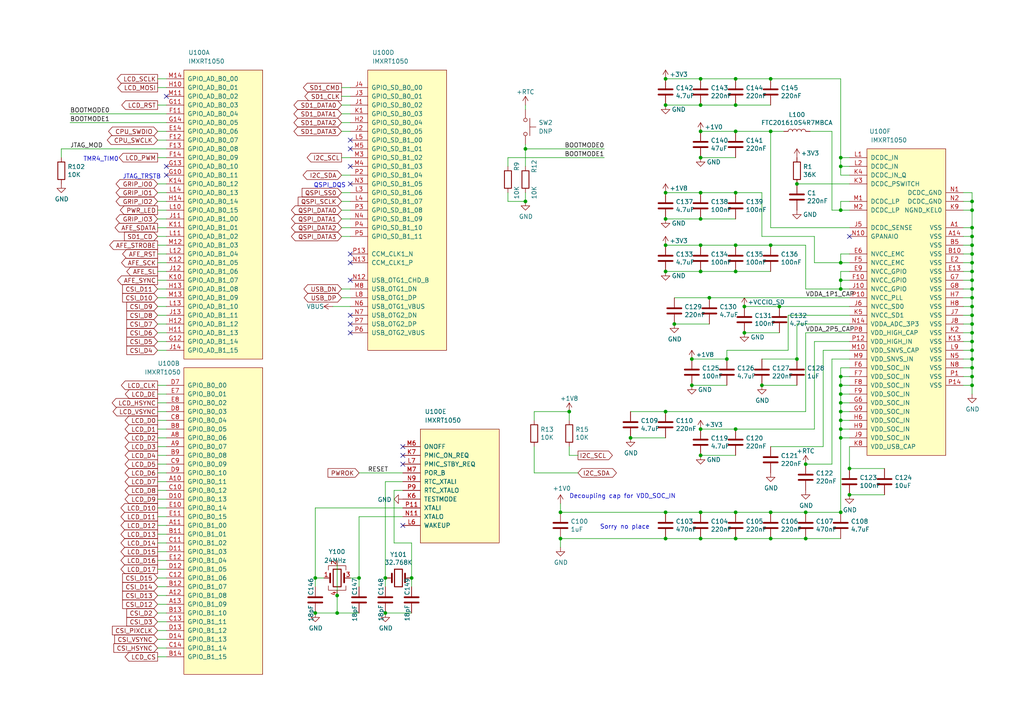
<source format=kicad_sch>
(kicad_sch (version 20231120) (generator "eeschema") (generator_version "8.0")
  (paper "A4")
  (title_block (title "Sitina 1 Mainboard") (date "2023-03-16") (rev "R0.6") (company "Copyright 2023 Wenting Zhang") (comment 2 "MERCHANTABILITY, SATISFACTORY QUALITY AND FITNESS FOR A PARTICULAR PURPOSE.") (comment 3 "This source is distributed WITHOUT ANY EXPRESS OR IMPLIED WARRANTY, INCLUDING OF") (comment 4 "This source describes Open Hardware and is licensed under the CERN-OHL-P v2."))
  (junction (at 203.2 45.72) (diameter 0.9144))
  (junction (at 281.94 99.06) (diameter 0.9144))
  (junction (at 210.82 104.14) (diameter 0.9144))
  (junction (at 213.36 22.86) (diameter 0.9144))
  (junction (at 243.84 116.84) (diameter 0.9144))
  (junction (at 215.9 88.9))
  (junction (at 233.68 156.21) (diameter 0.9144))
  (junction (at 193.04 63.5) (diameter 0.9144))
  (junction (at 231.14 104.14) (diameter 0.9144))
  (junction (at 215.9 96.52) (diameter 0.9144))
  (junction (at 243.84 48.26) (diameter 0.9144))
  (junction (at 223.52 148.59) (diameter 0.9144))
  (junction (at 203.2 30.48) (diameter 0.9144))
  (junction (at 243.84 148.59) (diameter 0.9144))
  (junction (at 111.76 177.8) (diameter 0.9144))
  (junction (at 104.14 167.64) (diameter 0.9144))
  (junction (at 281.94 71.12) (diameter 0.9144))
  (junction (at 281.94 76.2) (diameter 0.9144))
  (junction (at 193.04 55.88))
  (junction (at 213.36 156.21) (diameter 0.9144))
  (junction (at 203.2 38.1) (diameter 0.9144))
  (junction (at 203.2 78.74) (diameter 0.9144))
  (junction (at 203.2 124.46) (diameter 0.9144))
  (junction (at 193.04 148.59) (diameter 0.9144))
  (junction (at 119.38 167.64) (diameter 0.9144))
  (junction (at 281.94 66.04) (diameter 0.9144))
  (junction (at 223.52 38.1) (diameter 0.9144))
  (junction (at 281.94 78.74) (diameter 0.9144))
  (junction (at 193.04 71.12) (diameter 0.9144))
  (junction (at 91.44 167.64) (diameter 0.9144))
  (junction (at 220.98 111.76) (diameter 0.9144))
  (junction (at 213.36 124.46) (diameter 0.9144))
  (junction (at 223.52 22.86) (diameter 0.9144))
  (junction (at 205.74 86.36) (diameter 0.9144))
  (junction (at 193.04 156.21) (diameter 0.9144))
  (junction (at 281.94 104.14) (diameter 0.9144))
  (junction (at 233.68 148.59) (diameter 0.9144))
  (junction (at 243.84 83.82) (diameter 0.9144))
  (junction (at 246.38 143.51) (diameter 0.9144))
  (junction (at 203.2 63.5) (diameter 0.9144))
  (junction (at 246.38 135.89) (diameter 0.9144))
  (junction (at 193.04 78.74) (diameter 0.9144))
  (junction (at 243.84 111.76) (diameter 0.9144))
  (junction (at 213.36 55.88) (diameter 0.9144))
  (junction (at 281.94 106.68) (diameter 0.9144))
  (junction (at 203.2 132.08) (diameter 0.9144))
  (junction (at 281.94 73.66) (diameter 0.9144))
  (junction (at 223.52 156.21) (diameter 0.9144))
  (junction (at 91.44 177.8) (diameter 0.9144))
  (junction (at 226.06 88.9) (diameter 0.9144))
  (junction (at 162.56 148.59) (diameter 0.9144))
  (junction (at 281.94 81.28) (diameter 0.9144))
  (junction (at 231.14 53.34) (diameter 0.9144))
  (junction (at 243.84 45.72) (diameter 0.9144))
  (junction (at 243.84 124.46) (diameter 0.9144))
  (junction (at 281.94 93.98) (diameter 0.9144))
  (junction (at 111.76 167.64) (diameter 0.9144))
  (junction (at 281.94 101.6) (diameter 0.9144))
  (junction (at 233.68 134.62))
  (junction (at 193.04 30.48) (diameter 0.9144))
  (junction (at 243.84 127) (diameter 0.9144))
  (junction (at 281.94 86.36) (diameter 0.9144))
  (junction (at 281.94 58.42) (diameter 0.9144))
  (junction (at 213.36 71.12) (diameter 0.9144))
  (junction (at 243.84 109.22) (diameter 0.9144))
  (junction (at 223.52 71.12) (diameter 0.9144))
  (junction (at 152.4 43.18))
  (junction (at 213.36 30.48) (diameter 0.9144))
  (junction (at 281.94 83.82) (diameter 0.9144))
  (junction (at 165.1 119.38))
  (junction (at 281.94 96.52) (diameter 0.9144))
  (junction (at 243.84 121.92) (diameter 0.9144))
  (junction (at 97.79 177.8) (diameter 0.9144))
  (junction (at 203.2 22.86) (diameter 0.9144))
  (junction (at 243.84 81.28) (diameter 0.9144))
  (junction (at 243.84 76.2) (diameter 0.9144))
  (junction (at 203.2 55.88) (diameter 0.9144))
  (junction (at 162.56 156.21) (diameter 0.9144))
  (junction (at 281.94 109.22) (diameter 0.9144))
  (junction (at 213.36 148.59) (diameter 0.9144))
  (junction (at 193.04 119.38) (diameter 0.9144))
  (junction (at 195.58 93.98) (diameter 0.9144))
  (junction (at 243.84 119.38) (diameter 0.9144))
  (junction (at 203.2 156.21) (diameter 0.9144))
  (junction (at 281.94 60.96) (diameter 0.9144))
  (junction (at 281.94 68.58) (diameter 0.9144))
  (junction (at 281.94 111.76) (diameter 0.9144))
  (junction (at 97.79 172.72) (diameter 0.9144))
  (junction (at 213.36 38.1) (diameter 0.9144))
  (junction (at 243.84 114.3) (diameter 0.9144))
  (junction (at 203.2 148.59) (diameter 0.9144))
  (junction (at 152.4 58.42))
  (junction (at 281.94 91.44) (diameter 0.9144))
  (junction (at 182.88 127) (diameter 0.9144))
  (junction (at 213.36 78.74) (diameter 0.9144))
  (junction (at 203.2 71.12) (diameter 0.9144))
  (junction (at 200.66 111.76) (diameter 0.9144))
  (junction (at 193.04 22.86) (diameter 0.9144))
  (junction (at 243.84 60.96) (diameter 0.9144))
  (junction (at 200.66 104.14))
  (junction (at 281.94 88.9) (diameter 0.9144))
  (no_connect (at 116.84 129.54))
  (no_connect (at 101.6 76.2))
  (no_connect (at 101.6 40.64))
  (no_connect (at 48.26 48.26))
  (no_connect (at 101.6 81.28))
  (no_connect (at 101.6 93.98))
  (no_connect (at 101.6 91.44))
  (no_connect (at 48.26 27.94))
  (no_connect (at 101.6 96.52))
  (no_connect (at 116.84 132.08))
  (no_connect (at 116.84 152.4))
  (no_connect (at 116.84 134.62))
  (no_connect (at 101.6 43.18))
  (no_connect (at 48.26 50.8))
  (no_connect (at 101.6 53.34))
  (no_connect (at 246.38 68.58))
  (no_connect (at 101.6 48.26))
  (no_connect (at 101.6 73.66))
  (wire (pts (xy 45.72 142.24) (xy 48.26 142.24)))
  (wire (pts (xy 226.06 88.9) (xy 215.9 88.9)))
  (wire (pts (xy 193.04 63.5) (xy 203.2 63.5)))
  (wire (pts (xy 213.36 22.86) (xy 223.52 22.86)))
  (wire (pts (xy 281.94 58.42) (xy 281.94 60.96)))
  (wire (pts (xy 281.94 55.88) (xy 281.94 58.42)))
  (wire (pts (xy 203.2 30.48) (xy 213.36 30.48)))
  (wire (pts (xy 152.4 55.88) (xy 152.4 58.42)))
  (wire (pts (xy 233.68 96.52) (xy 233.68 119.38)))
  (wire (pts (xy 45.72 162.56) (xy 48.26 162.56)))
  (wire (pts (xy 223.52 38.1) (xy 227.33 38.1)))
  (wire (pts (xy 45.72 55.88) (xy 48.26 55.88)))
  (wire (pts (xy 193.04 30.48) (xy 203.2 30.48)))
  (wire (pts (xy 281.94 101.6) (xy 281.94 104.14)))
  (wire (pts (xy 48.26 73.66) (xy 45.72 73.66)))
  (wire (pts (xy 193.04 78.74) (xy 203.2 78.74)))
  (wire (pts (xy 45.72 147.32) (xy 48.26 147.32)))
  (wire (pts (xy 17.78 43.18) (xy 17.78 45.72)))
  (wire (pts (xy 243.84 60.96) (xy 241.3 60.96)))
  (wire (pts (xy 213.36 45.72) (xy 203.2 45.72)))
  (wire (pts (xy 48.26 53.34) (xy 45.72 53.34)))
  (wire (pts (xy 243.84 124.46) (xy 243.84 127)))
  (wire (pts (xy 147.32 45.72) (xy 147.32 48.26)))
  (wire (pts (xy 147.32 55.88) (xy 147.32 58.42)))
  (wire (pts (xy 147.32 58.42) (xy 152.4 58.42)))
  (wire (pts (xy 210.82 101.6) (xy 228.6 101.6)))
  (wire (pts (xy 154.94 119.38) (xy 154.94 121.92)))
  (wire (pts (xy 241.3 38.1) (xy 241.3 60.96)))
  (wire (pts (xy 246.38 116.84) (xy 243.84 116.84)))
  (wire (pts (xy 279.4 93.98) (xy 281.94 93.98)))
  (wire (pts (xy 193.04 71.12) (xy 203.2 71.12)))
  (wire (pts (xy 48.26 71.12) (xy 45.72 71.12)))
  (wire (pts (xy 48.26 101.6) (xy 45.72 101.6)))
  (wire (pts (xy 48.26 99.06) (xy 45.72 99.06)))
  (wire (pts (xy 165.1 132.08) (xy 167.64 132.08)))
  (wire (pts (xy 162.56 158.75) (xy 162.56 156.21)))
  (wire (pts (xy 119.38 167.64) (xy 119.38 157.48)))
  (wire (pts (xy 279.4 81.28) (xy 281.94 81.28)))
  (wire (pts (xy 104.14 149.86) (xy 104.14 167.64)))
  (wire (pts (xy 48.26 185.42) (xy 45.72 185.42)))
  (wire (pts (xy 236.22 99.06) (xy 236.22 124.46)))
  (wire (pts (xy 243.84 83.82) (xy 246.38 83.82)))
  (wire (pts (xy 246.38 58.42) (xy 243.84 58.42)))
  (wire (pts (xy 243.84 109.22) (xy 243.84 111.76)))
  (wire (pts (xy 246.38 111.76) (xy 243.84 111.76)))
  (wire (pts (xy 279.4 106.68) (xy 281.94 106.68)))
  (wire (pts (xy 213.36 38.1) (xy 223.52 38.1)))
  (wire (pts (xy 162.56 156.21) (xy 193.04 156.21)))
  (wire (pts (xy 281.94 93.98) (xy 281.94 96.52)))
  (wire (pts (xy 223.52 129.54) (xy 238.76 129.54)))
  (wire (pts (xy 281.94 104.14) (xy 281.94 106.68)))
  (wire (pts (xy 279.4 91.44) (xy 281.94 91.44)))
  (wire (pts (xy 246.38 121.92) (xy 243.84 121.92)))
  (wire (pts (xy 45.72 124.46) (xy 48.26 124.46)))
  (wire (pts (xy 152.4 43.18) (xy 152.4 48.26)))
  (wire (pts (xy 234.95 38.1) (xy 241.3 38.1)))
  (wire (pts (xy 17.78 43.18) (xy 48.26 43.18)))
  (wire (pts (xy 246.38 104.14) (xy 241.3 104.14)))
  (wire (pts (xy 238.76 101.6) (xy 238.76 129.54)))
  (wire (pts (xy 193.04 119.38) (xy 182.88 119.38)))
  (wire (pts (xy 91.44 147.32) (xy 91.44 167.64)))
  (wire (pts (xy 213.36 30.48) (xy 223.52 30.48)))
  (wire (pts (xy 45.72 114.3) (xy 48.26 114.3)))
  (wire (pts (xy 99.06 30.48) (xy 101.6 30.48)))
  (wire (pts (xy 45.72 38.1) (xy 48.26 38.1)))
  (wire (pts (xy 246.38 48.26) (xy 243.84 48.26)))
  (wire (pts (xy 203.2 78.74) (xy 213.36 78.74)))
  (wire (pts (xy 193.04 22.86) (xy 203.2 22.86)))
  (wire (pts (xy 99.06 27.94) (xy 101.6 27.94)))
  (wire (pts (xy 48.26 172.72) (xy 45.72 172.72)))
  (wire (pts (xy 243.84 60.96) (xy 243.84 58.42)))
  (wire (pts (xy 213.36 124.46) (xy 203.2 124.46)))
  (wire (pts (xy 99.06 68.58) (xy 101.6 68.58)))
  (wire (pts (xy 246.38 124.46) (xy 243.84 124.46)))
  (wire (pts (xy 99.06 38.1) (xy 101.6 38.1)))
  (wire (pts (xy 231.14 104.14) (xy 231.14 93.98)))
  (wire (pts (xy 279.4 71.12) (xy 281.94 71.12)))
  (wire (pts (xy 281.94 96.52) (xy 281.94 99.06)))
  (wire (pts (xy 45.72 144.78) (xy 48.26 144.78)))
  (wire (pts (xy 279.4 66.04) (xy 281.94 66.04)))
  (wire (pts (xy 45.72 63.5) (xy 48.26 63.5)))
  (wire (pts (xy 45.72 139.7) (xy 48.26 139.7)))
  (wire (pts (xy 45.72 68.58) (xy 48.26 68.58)))
  (wire (pts (xy 236.22 68.58) (xy 236.22 76.2)))
  (wire (pts (xy 104.14 177.8) (xy 97.79 177.8)))
  (wire (pts (xy 256.54 143.51) (xy 246.38 143.51)))
  (wire (pts (xy 99.06 58.42) (xy 101.6 58.42)))
  (wire (pts (xy 99.06 35.56) (xy 101.6 35.56)))
  (wire (pts (xy 246.38 81.28) (xy 243.84 81.28)))
  (wire (pts (xy 279.4 96.52) (xy 281.94 96.52)))
  (wire (pts (xy 279.4 99.06) (xy 281.94 99.06)))
  (wire (pts (xy 281.94 99.06) (xy 281.94 101.6)))
  (wire (pts (xy 279.4 101.6) (xy 281.94 101.6)))
  (wire (pts (xy 213.36 78.74) (xy 223.52 78.74)))
  (wire (pts (xy 48.26 91.44) (xy 45.72 91.44)))
  (wire (pts (xy 48.26 167.64) (xy 45.72 167.64)))
  (wire (pts (xy 48.26 86.36) (xy 45.72 86.36)))
  (wire (pts (xy 246.38 73.66) (xy 243.84 73.66)))
  (wire (pts (xy 48.26 187.96) (xy 45.72 187.96)))
  (wire (pts (xy 243.84 73.66) (xy 243.84 76.2)))
  (wire (pts (xy 48.26 96.52) (xy 45.72 96.52)))
  (wire (pts (xy 243.84 127) (xy 243.84 148.59)))
  (wire (pts (xy 111.76 139.7) (xy 111.76 167.64)))
  (wire (pts (xy 279.4 55.88) (xy 281.94 55.88)))
  (wire (pts (xy 246.38 91.44) (xy 228.6 91.44)))
  (wire (pts (xy 213.36 132.08) (xy 203.2 132.08)))
  (wire (pts (xy 48.26 175.26) (xy 45.72 175.26)))
  (wire (pts (xy 281.94 66.04) (xy 281.94 68.58)))
  (wire (pts (xy 246.38 127) (xy 243.84 127)))
  (wire (pts (xy 233.68 83.82) (xy 243.84 83.82)))
  (wire (pts (xy 91.44 147.32) (xy 116.84 147.32)))
  (wire (pts (xy 233.68 148.59) (xy 243.84 148.59)))
  (wire (pts (xy 279.4 83.82) (xy 281.94 83.82)))
  (wire (pts (xy 279.4 104.14) (xy 281.94 104.14)))
  (wire (pts (xy 281.94 78.74) (xy 281.94 81.28)))
  (wire (pts (xy 45.72 76.2) (xy 48.26 76.2)))
  (wire (pts (xy 45.72 152.4) (xy 48.26 152.4)))
  (wire (pts (xy 203.2 38.1) (xy 213.36 38.1)))
  (wire (pts (xy 243.84 114.3) (xy 243.84 116.84)))
  (wire (pts (xy 45.72 119.38) (xy 48.26 119.38)))
  (wire (pts (xy 231.14 111.76) (xy 220.98 111.76)))
  (wire (pts (xy 223.52 66.04) (xy 246.38 66.04)))
  (wire (pts (xy 147.32 45.72) (xy 175.26 45.72)))
  (wire (pts (xy 97.79 172.72) (xy 97.79 177.8)))
  (wire (pts (xy 203.2 55.88) (xy 213.36 55.88)))
  (wire (pts (xy 223.52 22.86) (xy 243.84 22.86)))
  (wire (pts (xy 97.79 177.8) (xy 91.44 177.8)))
  (wire (pts (xy 45.72 154.94) (xy 48.26 154.94)))
  (wire (pts (xy 281.94 81.28) (xy 281.94 83.82)))
  (wire (pts (xy 281.94 111.76) (xy 281.94 114.3)))
  (wire (pts (xy 281.94 86.36) (xy 281.94 88.9)))
  (wire (pts (xy 45.72 45.72) (xy 48.26 45.72)))
  (wire (pts (xy 243.84 22.86) (xy 243.84 45.72)))
  (wire (pts (xy 246.38 93.98) (xy 231.14 93.98)))
  (wire (pts (xy 165.1 129.54) (xy 165.1 132.08)))
  (wire (pts (xy 45.72 127) (xy 48.26 127)))
  (wire (pts (xy 203.2 71.12) (xy 213.36 71.12)))
  (wire (pts (xy 48.26 182.88) (xy 45.72 182.88)))
  (wire (pts (xy 154.94 129.54) (xy 154.94 137.16)))
  (wire (pts (xy 48.26 170.18) (xy 45.72 170.18)))
  (wire (pts (xy 238.76 101.6) (xy 246.38 101.6)))
  (wire (pts (xy 243.84 116.84) (xy 243.84 119.38)))
  (wire (pts (xy 279.4 60.96) (xy 281.94 60.96)))
  (wire (pts (xy 243.84 45.72) (xy 243.84 48.26)))
  (wire (pts (xy 243.84 111.76) (xy 243.84 114.3)))
  (wire (pts (xy 279.4 88.9) (xy 281.94 88.9)))
  (wire (pts (xy 279.4 109.22) (xy 281.94 109.22)))
  (wire (pts (xy 246.38 135.89) (xy 256.54 135.89)))
  (wire (pts (xy 246.38 106.68) (xy 243.84 106.68)))
  (wire (pts (xy 111.76 139.7) (xy 116.84 139.7)))
  (wire (pts (xy 165.1 119.38) (xy 165.1 121.92)))
  (wire (pts (xy 48.26 88.9) (xy 45.72 88.9)))
  (wire (pts (xy 45.72 25.4) (xy 48.26 25.4)))
  (wire (pts (xy 226.06 96.52) (xy 215.9 96.52)))
  (wire (pts (xy 223.52 148.59) (xy 233.68 148.59)))
  (wire (pts (xy 281.94 83.82) (xy 281.94 86.36)))
  (wire (pts (xy 210.82 104.14) (xy 200.66 104.14)))
  (wire (pts (xy 246.38 50.8) (xy 243.84 50.8)))
  (wire (pts (xy 233.68 156.21) (xy 223.52 156.21)))
  (wire (pts (xy 48.26 180.34) (xy 45.72 180.34)))
  (wire (pts (xy 279.4 76.2) (xy 281.94 76.2)))
  (wire (pts (xy 48.26 81.28) (xy 45.72 81.28)))
  (wire (pts (xy 119.38 157.48) (xy 114.3 157.48)))
  (wire (pts (xy 246.38 88.9) (xy 226.06 88.9)))
  (wire (pts (xy 93.98 167.64) (xy 91.44 167.64)))
  (wire (pts (xy 220.98 55.88) (xy 220.98 68.58)))
  (wire (pts (xy 45.72 149.86) (xy 48.26 149.86)))
  (wire (pts (xy 246.38 129.54) (xy 246.38 135.89)))
  (wire (pts (xy 205.74 93.98) (xy 195.58 93.98)))
  (wire (pts (xy 20.32 35.56) (xy 48.26 35.56)))
  (wire (pts (xy 97.79 162.56) (xy 97.79 172.72)))
  (wire (pts (xy 243.84 60.96) (xy 246.38 60.96)))
  (wire (pts (xy 243.84 81.28) (xy 243.84 83.82)))
  (wire (pts (xy 20.32 33.02) (xy 48.26 33.02)))
  (wire (pts (xy 241.3 104.14) (xy 241.3 134.62)))
  (wire (pts (xy 45.72 160.02) (xy 48.26 160.02)))
  (wire (pts (xy 220.98 68.58) (xy 236.22 68.58)))
  (wire (pts (xy 45.72 165.1) (xy 48.26 165.1)))
  (wire (pts (xy 223.52 38.1) (xy 223.52 66.04)))
  (wire (pts (xy 101.6 167.64) (xy 104.14 167.64)))
  (wire (pts (xy 281.94 109.22) (xy 281.94 111.76)))
  (wire (pts (xy 48.26 66.04) (xy 45.72 66.04)))
  (wire (pts (xy 233.68 71.12) (xy 233.68 83.82)))
  (wire (pts (xy 99.06 60.96) (xy 101.6 60.96)))
  (wire (pts (xy 281.94 68.58) (xy 281.94 71.12)))
  (wire (pts (xy 246.38 99.06) (xy 236.22 99.06)))
  (wire (pts (xy 205.74 86.36) (xy 246.38 86.36)))
  (wire (pts (xy 213.36 71.12) (xy 223.52 71.12)))
  (wire (pts (xy 48.26 78.74) (xy 45.72 78.74)))
  (wire (pts (xy 281.94 60.96) (xy 281.94 66.04)))
  (wire (pts (xy 279.4 78.74) (xy 281.94 78.74)))
  (wire (pts (xy 99.06 45.72) (xy 101.6 45.72)))
  (wire (pts (xy 193.04 127) (xy 182.88 127)))
  (wire (pts (xy 45.72 134.62) (xy 48.26 134.62)))
  (wire (pts (xy 104.14 167.64) (xy 104.14 170.18)))
  (wire (pts (xy 195.58 86.36) (xy 205.74 86.36)))
  (wire (pts (xy 99.06 50.8) (xy 101.6 50.8)))
  (wire (pts (xy 203.2 156.21) (xy 193.04 156.21)))
  (wire (pts (xy 99.06 83.82) (xy 101.6 83.82)))
  (wire (pts (xy 152.4 41.91) (xy 152.4 43.18)))
  (wire (pts (xy 45.72 30.48) (xy 48.26 30.48)))
  (wire (pts (xy 99.06 63.5) (xy 101.6 63.5)))
  (wire (pts (xy 45.72 157.48) (xy 48.26 157.48)))
  (wire (pts (xy 48.26 83.82) (xy 45.72 83.82)))
  (wire (pts (xy 281.94 106.68) (xy 281.94 109.22)))
  (wire (pts (xy 119.38 177.8) (xy 111.76 177.8)))
  (wire (pts (xy 203.2 22.86) (xy 213.36 22.86)))
  (wire (pts (xy 210.82 111.76) (xy 200.66 111.76)))
  (wire (pts (xy 213.36 124.46) (xy 236.22 124.46)))
  (wire (pts (xy 231.14 53.34) (xy 246.38 53.34)))
  (wire (pts (xy 99.06 86.36) (xy 101.6 86.36)))
  (wire (pts (xy 246.38 114.3) (xy 243.84 114.3)))
  (wire (pts (xy 223.52 156.21) (xy 213.36 156.21)))
  (wire (pts (xy 210.82 101.6) (xy 210.82 104.14)))
  (wire (pts (xy 193.04 55.88) (xy 203.2 55.88)))
  (wire (pts (xy 279.4 73.66) (xy 281.94 73.66)))
  (wire (pts (xy 279.4 111.76) (xy 281.94 111.76)))
  (wire (pts (xy 223.52 71.12) (xy 233.68 71.12)))
  (wire (pts (xy 154.94 119.38) (xy 165.1 119.38)))
  (wire (pts (xy 246.38 119.38) (xy 243.84 119.38)))
  (wire (pts (xy 236.22 76.2) (xy 243.84 76.2)))
  (wire (pts (xy 45.72 111.76) (xy 48.26 111.76)))
  (wire (pts (xy 45.72 22.86) (xy 48.26 22.86)))
  (wire (pts (xy 281.94 76.2) (xy 281.94 78.74)))
  (wire (pts (xy 114.3 157.48) (xy 114.3 142.24)))
  (wire (pts (xy 228.6 101.6) (xy 228.6 91.44)))
  (wire (pts (xy 243.84 156.21) (xy 233.68 156.21)))
  (wire (pts (xy 220.98 104.14) (xy 231.14 104.14)))
  (wire (pts (xy 152.4 43.18) (xy 175.26 43.18)))
  (wire (pts (xy 281.94 91.44) (xy 281.94 93.98)))
  (wire (pts (xy 99.06 25.4) (xy 101.6 25.4)))
  (wire (pts (xy 45.72 137.16) (xy 48.26 137.16)))
  (wire (pts (xy 45.72 129.54) (xy 48.26 129.54)))
  (wire (pts (xy 246.38 78.74) (xy 243.84 78.74)))
  (wire (pts (xy 243.84 48.26) (xy 243.84 50.8)))
  (wire (pts (xy 246.38 96.52) (xy 233.68 96.52)))
  (wire (pts (xy 111.76 170.18) (xy 111.76 167.64)))
  (wire (pts (xy 154.94 137.16) (xy 167.64 137.16)))
  (wire (pts (xy 48.26 93.98) (xy 45.72 93.98)))
  (wire (pts (xy 45.72 116.84) (xy 48.26 116.84)))
  (wire (pts (xy 279.4 58.42) (xy 281.94 58.42)))
  (wire (pts (xy 246.38 45.72) (xy 243.84 45.72)))
  (wire (pts (xy 99.06 66.04) (xy 101.6 66.04)))
  (wire (pts (xy 213.36 148.59) (xy 223.52 148.59)))
  (wire (pts (xy 281.94 88.9) (xy 281.94 91.44)))
  (wire (pts (xy 213.36 55.88) (xy 220.98 55.88)))
  (wire (pts (xy 45.72 132.08) (xy 48.26 132.08)))
  (wire (pts (xy 203.2 63.5) (xy 213.36 63.5)))
  (wire (pts (xy 279.4 86.36) (xy 281.94 86.36)))
  (wire (pts (xy 243.84 121.92) (xy 243.84 124.46)))
  (wire (pts (xy 281.94 73.66) (xy 281.94 76.2)))
  (wire (pts (xy 243.84 78.74) (xy 243.84 81.28)))
  (wire (pts (xy 96.52 88.9) (xy 101.6 88.9)))
  (wire (pts (xy 45.72 58.42) (xy 48.26 58.42)))
  (wire (pts (xy 162.56 148.59) (xy 193.04 148.59)))
  (wire (pts (xy 152.4 31.75) (xy 152.4 30.48)))
  (wire (pts (xy 45.72 121.92) (xy 48.26 121.92)))
  (wire (pts (xy 281.94 71.12) (xy 281.94 73.66)))
  (wire (pts (xy 243.84 106.68) (xy 243.84 109.22)))
  (wire (pts (xy 91.44 170.18) (xy 91.44 167.64)))
  (wire (pts (xy 99.06 55.88) (xy 101.6 55.88)))
  (wire (pts (xy 45.72 60.96) (xy 48.26 60.96)))
  (wire (pts (xy 193.04 148.59) (xy 203.2 148.59)))
  (wire (pts (xy 104.14 149.86) (xy 116.84 149.86)))
  (wire (pts (xy 114.3 142.24) (xy 116.84 142.24)))
  (wire (pts (xy 193.04 119.38) (xy 233.68 119.38)))
  (wire (pts (xy 213.36 156.21) (xy 203.2 156.21)))
  (wire (pts (xy 104.14 137.16) (xy 116.84 137.16)))
  (wire (pts (xy 233.68 134.62) (xy 241.3 134.62)))
  (wire (pts (xy 45.72 190.5) (xy 48.26 190.5)))
  (wire (pts (xy 48.26 177.8) (xy 45.72 177.8)))
  (wire (pts (xy 246.38 76.2) (xy 243.84 76.2)))
  (wire (pts (xy 45.72 40.64) (xy 48.26 40.64)))
  (wire (pts (xy 279.4 68.58) (xy 281.94 68.58)))
  (wire (pts (xy 243.84 119.38) (xy 243.84 121.92)))
  (wire (pts (xy 203.2 148.59) (xy 213.36 148.59)))
  (wire (pts (xy 119.38 170.18) (xy 119.38 167.64)))
  (wire (pts (xy 246.38 109.22) (xy 243.84 109.22)))
  (wire (pts (xy 162.56 148.59) (xy 162.56 146.05)))
  (wire (pts (xy 99.06 33.02) (xy 101.6 33.02)))
  (text "TMR4_TIM0" (at 24.13 46.99 0) (effects (font (size 1.27 1.27)) (justify left bottom)))
  (text "Decoupling cap for VDD_SOC_IN" (at 165.1 144.78 0) (effects (font (size 1.27 1.27)) (justify left bottom)))
  (text "QSPI_DQS" (at 100.33 54.61 0) (effects (font (size 1.27 1.27)) (justify right bottom)))
  (text "JTAG_TRSTB" (at 35.56 52.07 0) (effects (font (size 1.27 1.27)) (justify left bottom)))
  (text "Sorry no place" (at 173.99 153.67 0) (effects (font (size 1.27 1.27)) (justify left bottom)))
  (label "BOOTMODE0" (at 175.26 43.18 180))
  (label "RESET" (at 106.68 137.16 0))
  (label "JTAG_MOD" (at 20.32 43.18 0))
  (label "VDDA_2P5_CAP" (at 233.68 96.52 0))
  (label "BOOTMODE0" (at 20.32 33.02 0))
  (label "VDDA_1P1_CAP" (at 233.68 86.36 0))
  (label "BOOTMODE1" (at 175.26 45.72 180))
  (label "BOOTMODE1" (at 20.32 35.56 0))
  (global_label "AFE_SCK" (shape output) (at 45.72 76.2 180) (property "Intersheetrefs" "${INTERSHEET_REFS}" (effects (hide yes))))
  (global_label "LCD_D7" (shape output) (at 45.72 139.7 180) (property "Intersheetrefs" "${INTERSHEET_REFS}" (effects (hide yes))))
  (global_label "LCD_D9" (shape output) (at 45.72 144.78 180) (property "Intersheetrefs" "${INTERSHEET_REFS}" (effects (hide yes))))
  (global_label "CPU_SWCLK" (shape bidirectional) (at 45.72 40.64 180) (property "Intersheetrefs" "${INTERSHEET_REFS}" (effects (hide yes))))
  (global_label "QSPI_SS0" (shape input) (at 99.06 55.88 180) (property "Intersheetrefs" "${INTERSHEET_REFS}" (effects (hide yes))))
  (global_label "LCD_MOSI" (shape output) (at 45.72 25.4 180) (property "Intersheetrefs" "${INTERSHEET_REFS}" (effects (hide yes))))
  (global_label "CSI_D3" (shape input) (at 45.72 180.34 180) (property "Intersheetrefs" "${INTERSHEET_REFS}" (effects (hide yes))))
  (global_label "GRIP_IO1" (shape bidirectional) (at 45.72 55.88 180) (property "Intersheetrefs" "${INTERSHEET_REFS}" (effects (hide yes))))
  (global_label "LCD_D15" (shape output) (at 45.72 160.02 180) (property "Intersheetrefs" "${INTERSHEET_REFS}" (effects (hide yes))))
  (global_label "CSI_PIXCLK" (shape input) (at 45.72 182.88 180) (property "Intersheetrefs" "${INTERSHEET_REFS}" (effects (hide yes))))
  (global_label "USB_DP" (shape bidirectional) (at 99.06 86.36 180) (property "Intersheetrefs" "${INTERSHEET_REFS}" (effects (hide yes))))
  (global_label "QSPI_SCLK" (shape input) (at 99.06 58.42 180) (property "Intersheetrefs" "${INTERSHEET_REFS}" (effects (hide yes))))
  (global_label "PWR_LED" (shape output) (at 45.72 60.96 180) (property "Intersheetrefs" "${INTERSHEET_REFS}" (effects (hide yes))))
  (global_label "PWROK" (shape input) (at 104.14 137.16 180) (property "Intersheetrefs" "${INTERSHEET_REFS}" (effects (hide yes))))
  (global_label "CSI_VSYNC" (shape input) (at 45.72 185.42 180) (property "Intersheetrefs" "${INTERSHEET_REFS}" (effects (hide yes))))
  (global_label "AFE_RST" (shape output) (at 45.72 73.66 180) (property "Intersheetrefs" "${INTERSHEET_REFS}" (effects (hide yes))))
  (global_label "CSI_D9" (shape input) (at 45.72 88.9 180) (property "Intersheetrefs" "${INTERSHEET_REFS}" (effects (hide yes))))
  (global_label "QSPI_DATA1" (shape bidirectional) (at 99.06 63.5 180) (property "Intersheetrefs" "${INTERSHEET_REFS}" (effects (hide yes))))
  (global_label "LCD_D13" (shape output) (at 45.72 154.94 180) (property "Intersheetrefs" "${INTERSHEET_REFS}" (effects (hide yes))))
  (global_label "CSI_D13" (shape input) (at 45.72 172.72 180) (property "Intersheetrefs" "${INTERSHEET_REFS}" (effects (hide yes))))
  (global_label "CPU_SWDIO" (shape bidirectional) (at 45.72 38.1 180) (property "Intersheetrefs" "${INTERSHEET_REFS}" (effects (hide yes))))
  (global_label "AFE_SYNC" (shape output) (at 45.72 81.28 180) (property "Intersheetrefs" "${INTERSHEET_REFS}" (effects (hide yes))))
  (global_label "LCD_D10" (shape output) (at 45.72 147.32 180) (property "Intersheetrefs" "${INTERSHEET_REFS}" (effects (hide yes))))
  (global_label "CSI_HSYNC" (shape input) (at 45.72 187.96 180) (property "Intersheetrefs" "${INTERSHEET_REFS}" (effects (hide yes))))
  (global_label "I2C_SCL" (shape output) (at 99.06 45.72 180) (property "Intersheetrefs" "${INTERSHEET_REFS}" (effects (hide yes))))
  (global_label "LCD_D14" (shape output) (at 45.72 157.48 180) (property "Intersheetrefs" "${INTERSHEET_REFS}" (effects (hide yes))))
  (global_label "CSI_D10" (shape input) (at 45.72 86.36 180) (property "Intersheetrefs" "${INTERSHEET_REFS}" (effects (hide yes))))
  (global_label "CSI_D4" (shape input) (at 45.72 101.6 180) (property "Intersheetrefs" "${INTERSHEET_REFS}" (effects (hide yes))))
  (global_label "GRIP_IO0" (shape bidirectional) (at 45.72 53.34 180) (property "Intersheetrefs" "${INTERSHEET_REFS}" (effects (hide yes))))
  (global_label "LCD_SCLK" (shape output) (at 45.72 22.86 180) (property "Intersheetrefs" "${INTERSHEET_REFS}" (effects (hide yes))))
  (global_label "LCD_D2" (shape output) (at 45.72 127 180) (property "Intersheetrefs" "${INTERSHEET_REFS}" (effects (hide yes))))
  (global_label "LCD_D12" (shape output) (at 45.72 152.4 180) (property "Intersheetrefs" "${INTERSHEET_REFS}" (effects (hide yes))))
  (global_label "AFE_STROBE" (shape output) (at 45.72 71.12 180) (property "Intersheetrefs" "${INTERSHEET_REFS}" (effects (hide yes))))
  (global_label "LCD_HSYNC" (shape output) (at 45.72 116.84 180) (property "Intersheetrefs" "${INTERSHEET_REFS}" (effects (hide yes))))
  (global_label "SD1_DATA1" (shape bidirectional) (at 99.06 33.02 180) (property "Intersheetrefs" "${INTERSHEET_REFS}" (effects (hide yes))))
  (global_label "CSI_D12" (shape input) (at 45.72 175.26 180) (property "Intersheetrefs" "${INTERSHEET_REFS}" (effects (hide yes))))
  (global_label "AFE_SDATA" (shape output) (at 45.72 66.04 180) (property "Intersheetrefs" "${INTERSHEET_REFS}" (effects (hide yes))))
  (global_label "QSPI_DATA0" (shape bidirectional) (at 99.06 60.96 180) (property "Intersheetrefs" "${INTERSHEET_REFS}" (effects (hide yes))))
  (global_label "LCD_VSYNC" (shape output) (at 45.72 119.38 180) (property "Intersheetrefs" "${INTERSHEET_REFS}" (effects (hide yes))))
  (global_label "LCD_D16" (shape output) (at 45.72 162.56 180) (property "Intersheetrefs" "${INTERSHEET_REFS}" (effects (hide yes))))
  (global_label "LCD_D4" (shape output) (at 45.72 132.08 180) (property "Intersheetrefs" "${INTERSHEET_REFS}" (effects (hide yes))))
  (global_label "GRIP_IO2" (shape bidirectional) (at 45.72 58.42 180) (property "Intersheetrefs" "${INTERSHEET_REFS}" (effects (hide yes))))
  (global_label "LCD_PWM" (shape output) (at 45.72 45.72 180) (property "Intersheetrefs" "${INTERSHEET_REFS}" (effects (hide yes))))
  (global_label "GRIP_IO3" (shape bidirectional) (at 45.72 63.5 180) (property "Intersheetrefs" "${INTERSHEET_REFS}" (effects (hide yes))))
  (global_label "SD1_DATA2" (shape bidirectional) (at 99.06 35.56 180) (property "Intersheetrefs" "${INTERSHEET_REFS}" (effects (hide yes))))
  (global_label "LCD_CLK" (shape output) (at 45.72 111.76 180) (property "Intersheetrefs" "${INTERSHEET_REFS}" (effects (hide yes))))
  (global_label "CSI_D14" (shape input) (at 45.72 170.18 180) (property "Intersheetrefs" "${INTERSHEET_REFS}" (effects (hide yes))))
  (global_label "LCD_D6" (shape output) (at 45.72 137.16 180) (property "Intersheetrefs" "${INTERSHEET_REFS}" (effects (hide yes))))
  (global_label "LCD_RST" (shape output) (at 45.72 30.48 180) (property "Intersheetrefs" "${INTERSHEET_REFS}" (effects (hide yes))))
  (global_label "I2C_SDA" (shape bidirectional) (at 99.06 50.8 180) (property "Intersheetrefs" "${INTERSHEET_REFS}" (effects (hide yes))))
  (global_label "SD1_CD" (shape input) (at 45.72 68.58 180) (property "Intersheetrefs" "${INTERSHEET_REFS}" (effects (hide yes))))
  (global_label "I2C_SDA" (shape bidirectional) (at 167.64 137.16 0) (property "Intersheetrefs" "${INTERSHEET_REFS}" (effects (hide yes))))
  (global_label "LCD_D3" (shape output) (at 45.72 129.54 180) (property "Intersheetrefs" "${INTERSHEET_REFS}" (effects (hide yes))))
  (global_label "CSI_D15" (shape input) (at 45.72 167.64 180) (property "Intersheetrefs" "${INTERSHEET_REFS}" (effects (hide yes))))
  (global_label "LCD_D17" (shape output) (at 45.72 165.1 180) (property "Intersheetrefs" "${INTERSHEET_REFS}" (effects (hide yes))))
  (global_label "USB_DN" (shape bidirectional) (at 99.06 83.82 180) (property "Intersheetrefs" "${INTERSHEET_REFS}" (effects (hide yes))))
  (global_label "SD1_DATA0" (shape bidirectional) (at 99.06 30.48 180) (property "Intersheetrefs" "${INTERSHEET_REFS}" (effects (hide yes))))
  (global_label "LCD_CS" (shape output) (at 45.72 190.5 180) (property "Intersheetrefs" "${INTERSHEET_REFS}" (effects (hide yes))))
  (global_label "LCD_DE" (shape output) (at 45.72 114.3 180) (property "Intersheetrefs" "${INTERSHEET_REFS}" (effects (hide yes))))
  (global_label "LCD_D0" (shape output) (at 45.72 121.92 180) (property "Intersheetrefs" "${INTERSHEET_REFS}" (effects (hide yes))))
  (global_label "AFE_SL" (shape output) (at 45.72 78.74 180) (property "Intersheetrefs" "${INTERSHEET_REFS}" (effects (hide yes))))
  (global_label "CSI_D7" (shape input) (at 45.72 93.98 180) (property "Intersheetrefs" "${INTERSHEET_REFS}" (effects (hide yes))))
  (global_label "CSI_D2" (shape input) (at 45.72 177.8 180) (property "Intersheetrefs" "${INTERSHEET_REFS}" (effects (hide yes))))
  (global_label "SD1_DATA3" (shape bidirectional) (at 99.06 38.1 180) (property "Intersheetrefs" "${INTERSHEET_REFS}" (effects (hide yes))))
  (global_label "CSI_D5" (shape input) (at 45.72 99.06 180) (property "Intersheetrefs" "${INTERSHEET_REFS}" (effects (hide yes))))
  (global_label "LCD_D11" (shape output) (at 45.72 149.86 180) (property "Intersheetrefs" "${INTERSHEET_REFS}" (effects (hide yes))))
  (global_label "SD1_CMD" (shape output) (at 99.06 25.4 180) (property "Intersheetrefs" "${INTERSHEET_REFS}" (effects (hide yes))))
  (global_label "SD1_CLK" (shape output) (at 99.06 27.94 180) (property "Intersheetrefs" "${INTERSHEET_REFS}" (effects (hide yes))))
  (global_label "CSI_D11" (shape input) (at 45.72 83.82 180) (property "Intersheetrefs" "${INTERSHEET_REFS}" (effects (hide yes))))
  (global_label "QSPI_DATA3" (shape bidirectional) (at 99.06 68.58 180) (property "Intersheetrefs" "${INTERSHEET_REFS}" (effects (hide yes))))
  (global_label "LCD_D1" (shape output) (at 45.72 124.46 180) (property "Intersheetrefs" "${INTERSHEET_REFS}" (effects (hide yes))))
  (global_label "LCD_D5" (shape output) (at 45.72 134.62 180) (property "Intersheetrefs" "${INTERSHEET_REFS}" (effects (hide yes))))
  (global_label "CSI_D6" (shape input) (at 45.72 96.52 180) (property "Intersheetrefs" "${INTERSHEET_REFS}" (effects (hide yes))))
  (global_label "LCD_D8" (shape output) (at 45.72 142.24 180) (property "Intersheetrefs" "${INTERSHEET_REFS}" (effects (hide yes))))
  (global_label "QSPI_DATA2" (shape bidirectional) (at 99.06 66.04 180) (property "Intersheetrefs" "${INTERSHEET_REFS}" (effects (hide yes))))
  (global_label "CSI_D8" (shape input) (at 45.72 91.44 180) (property "Intersheetrefs" "${INTERSHEET_REFS}" (effects (hide yes))))
  (global_label "I2C_SCL" (shape output) (at 167.64 132.08 0) (property "Intersheetrefs" "${INTERSHEET_REFS}" (effects (hide yes))))
  (symbol (lib_id "Device:C") (at 193.04 74.93 0) (unit 1)
    (property "Reference" "C133" (at 195.961 73.7616 0) (effects (justify left)))
    (property "Value" "4.7uF" (at 195.961 76.073 0) (effects (justify left)))
    (property "Footprint" "Capacitor_SMD:C_0603_1608Metric" (effects (hide yes)))
    (instances (project "Sitina" (path "" (reference "C133") (unit 1))) (project "pcb" (path "" (reference "C36") (unit 1))))
  )
  (symbol (lib_id "power:+1V8") (at 200.66 104.14 0) (unit 1)
    (property "Reference" "#PWR04" (effects (hide yes)))
    (property "Value" "+1V8" (at 204.47 102.87 0))
  )
  (symbol (lib_id "Device:C") (at 205.74 90.17 0) (unit 1)
    (property "Reference" "C130" (at 208.661 89.0016 0) (effects (justify left)))
    (property "Value" "4.7uF" (at 208.661 91.313 0) (effects (justify left)))
    (property "Footprint" "Capacitor_SMD:C_0603_1608Metric" (effects (hide yes)))
    (instances (project "Sitina" (path "" (reference "C130") (unit 1))) (project "pcb" (path "" (reference "C47") (unit 1))))
  )
  (symbol (lib_id "power:GND") (at 182.88 127 0) (unit 1)
    (property "Reference" "#PWR0114" (effects (hide yes)))
    (property "Value" "GND" (at 183.007 131.3942 0))
    (instances (project "Sitina" (path "" (reference "#PWR0114") (unit 1))) (project "pcb" (path "" (reference "#PWR034") (unit 1))))
  )
  (symbol (lib_id "Device:R") (at 154.94 125.73 0) (unit 1)
    (property "Reference" "R13" (at 156.718 124.5616 0) (effects (justify left)))
    (property "Value" "10K" (at 156.718 126.873 0) (effects (justify left)))
    (property "Footprint" "Resistor_SMD:R_0402_1005Metric" (effects (hide yes)))
  )
  (symbol (lib_id "Device:C") (at 213.36 152.4 0) (unit 1)
    (property "Reference" "C105" (at 216.281 151.2316 0) (effects (justify left)))
    (property "Value" "220nF" (at 216.281 153.543 0) (effects (justify left)))
    (property "Footprint" "Capacitor_SMD:C_0402_1005Metric" (effects (hide yes)))
    (instances (project "Sitina" (path "" (reference "C105") (unit 1))) (project "pcb" (path "" (reference "C54") (unit 1))))
  )
  (symbol (lib_id "power:VBUS") (at 96.52 88.9 90) (mirror x) (unit 1)
    (property "Reference" "#PWR0141" (effects (hide yes)))
    (property "Value" "VBUS" (at 91.44 88.9 90))
    (instances (project "Sitina" (path "" (reference "#PWR0141") (unit 1))) (project "pcb" (path "" (reference "#PWR024") (unit 1))))
  )
  (symbol (lib_id "symbols:+RTC") (at 152.4 30.48 0) (unit 1)
    (property "Reference" "#PWR029" (effects (hide yes)))
    (property "Value" "+RTC" (at 152.4 26.67 0))
  )
  (symbol (lib_id "power:GND") (at 231.14 60.96 0) (unit 1)
    (property "Reference" "#PWR0108" (effects (hide yes)))
    (property "Value" "GND" (at 234.95 62.23 0))
    (instances (project "Sitina" (path "" (reference "#PWR0108") (unit 1))) (project "pcb" (path "" (reference "#PWR053") (unit 1))))
  )
  (symbol (lib_id "Sitina:IMXRT1050") (at 264.16 83.82 0) (unit 6)
    (property "Reference" "U100" (at 255.27 38.1 0))
    (property "Value" "IMXRT1050" (at 257.81 40.64 0))
    (property "Footprint" "footprints:BGA-196_14x14_12.0x12.0mm" (effects (hide yes)))
    (instances (project "Sitina" (path "" (reference "U100") (unit 6))) (project "pcb" (path "" (reference "U2") (unit 6))))
  )
  (symbol (lib_id "Device:C") (at 226.06 92.71 0) (unit 1)
    (property "Reference" "C132" (at 228.981 91.5416 0) (effects (justify left)))
    (property "Value" "4.7uF" (at 228.981 93.853 0) (effects (justify left)))
    (property "Footprint" "Capacitor_SMD:C_0603_1608Metric" (effects (hide yes)))
    (instances (project "Sitina" (path "" (reference "C132") (unit 1))) (project "pcb" (path "" (reference "C61") (unit 1))))
  )
  (symbol (lib_id "Sitina:IMXRT1050") (at 66.04 147.32 0) (unit 2)
    (property "Reference" "U100" (at 45.72 105.41 0) (effects (justify left)))
    (property "Value" "IMXRT1050" (at 41.91 107.95 0) (effects (justify left)))
    (property "Footprint" "footprints:BGA-196_14x14_12.0x12.0mm" (effects (hide yes)))
    (instances (project "Sitina" (path "" (reference "U100") (unit 2))) (project "pcb" (path "" (reference "U2") (unit 2))))
  )
  (symbol (lib_id "Device:R") (at 17.78 49.53 0) (unit 1)
    (property "Reference" "R102" (at 19.558 48.3616 0) (effects (justify left)))
    (property "Value" "10K" (at 19.558 50.673 0) (effects (justify left)))
    (property "Footprint" "Resistor_SMD:R_0402_1005Metric" (effects (hide yes)))
    (instances (project "Sitina" (path "" (reference "R102") (unit 1))) (project "pcb" (path "" (reference "R7") (unit 1))))
  )
  (symbol (lib_id "Device:C") (at 200.66 107.95 0) (unit 1)
    (property "Reference" "C125" (at 203.581 106.7816 0) (effects (justify left)))
    (property "Value" "100nF" (at 203.581 109.093 0) (effects (justify left)))
    (property "Footprint" "Capacitor_SMD:C_0402_1005Metric" (effects (hide yes)))
    (instances (project "Sitina" (path "" (reference "C125") (unit 1))) (project "pcb" (path "" (reference "C40") (unit 1))))
  )
  (symbol (lib_id "Device:C") (at 246.38 139.7 0) (unit 1)
    (property "Reference" "C123" (at 249.301 138.5316 0) (effects (justify left)))
    (property "Value" "100nF" (at 249.301 140.843 0) (effects (justify left)))
    (property "Footprint" "Capacitor_SMD:C_0402_1005Metric" (effects (hide yes)))
    (instances (project "Sitina" (path "" (reference "C123") (unit 1))) (project "pcb" (path "" (reference "C67") (unit 1))))
  )
  (symbol (lib_id "Device:C") (at 256.54 139.7 0) (unit 1)
    (property "Reference" "C124" (at 259.461 138.5316 0) (effects (justify left)))
    (property "Value" "10uF" (at 259.461 140.843 0) (effects (justify left)))
    (property "Footprint" "Capacitor_SMD:C_0603_1608Metric" (effects (hide yes)))
    (instances (project "Sitina" (path "" (reference "C124") (unit 1))) (project "pcb" (path "" (reference "C68") (unit 1))))
  )
  (symbol (lib_id "Device:C") (at 213.36 26.67 0) (unit 1)
    (property "Reference" "C144" (at 216.281 25.5016 0) (effects (justify left)))
    (property "Value" "220nF" (at 216.281 27.813 0) (effects (justify left)))
    (property "Footprint" "Capacitor_SMD:C_0402_1005Metric" (effects (hide yes)))
    (instances (project "Sitina" (path "" (reference "C144") (unit 1))) (project "pcb" (path "" (reference "C49") (unit 1))))
  )
  (symbol (lib_id "Device:C") (at 104.14 173.99 0) (unit 1)
    (property "Reference" "C147" (at 102.87 172.72 90) (effects (justify left)))
    (property "Value" "18pF" (at 102.87 180.34 90) (effects (justify left)))
    (property "Footprint" "Capacitor_SMD:C_0402_1005Metric" (effects (hide yes)))
    (instances (project "Sitina" (path "" (reference "C147") (unit 1))) (project "pcb" (path "" (reference "C27") (unit 1))))
  )
  (symbol (lib_id "Device:C") (at 223.52 133.35 0) (unit 1)
    (property "Reference" "C121" (at 226.441 132.1816 0) (effects (justify left)))
    (property "Value" "220nF" (at 226.441 134.493 0) (effects (justify left)))
    (property "Footprint" "Capacitor_SMD:C_0402_1005Metric" (effects (hide yes)))
    (instances (project "Sitina" (path "" (reference "C121") (unit 1))) (project "pcb" (path "" (reference "C59") (unit 1))))
  )
  (symbol (lib_id "Device:C") (at 203.2 128.27 0) (unit 1)
    (property "Reference" "C119" (at 206.121 127.1016 0) (effects (justify left)))
    (property "Value" "4.7uF" (at 206.121 129.413 0) (effects (justify left)))
    (property "Footprint" "Capacitor_SMD:C_0603_1608Metric" (effects (hide yes)))
    (instances (project "Sitina" (path "" (reference "C119") (unit 1))) (project "pcb" (path "" (reference "C45") (unit 1))))
  )
  (symbol (lib_id "Device:C") (at 231.14 57.15 0) (unit 1)
    (property "Reference" "C1" (at 234.061 55.9816 0) (effects (justify left)))
    (property "Value" "220nF" (at 234.061 58.293 0) (effects (justify left)))
    (property "Footprint" "Capacitor_SMD:C_0402_1005Metric" (effects (hide yes)))
    (instances (project "Sitina" (path "" (reference "C1") (unit 1))) (project "pcb" (path "" (reference "C62") (unit 1))))
  )
  (symbol (lib_id "Device:C") (at 213.36 59.69 0) (unit 1)
    (property "Reference" "C139" (at 216.281 58.5216 0) (effects (justify left)))
    (property "Value" "100nF" (at 216.281 60.833 0) (effects (justify left)))
    (property "Footprint" "Capacitor_SMD:C_0402_1005Metric" (effects (hide yes)))
    (instances (project "Sitina" (path "" (reference "C139") (unit 1))) (project "pcb" (path "" (reference "C51") (unit 1))))
  )
  (symbol (lib_id "Device:C") (at 203.2 59.69 0) (unit 1)
    (property "Reference" "C138" (at 206.121 58.5216 0) (effects (justify left)))
    (property "Value" "100nF" (at 206.121 60.833 0) (effects (justify left)))
    (property "Footprint" "Capacitor_SMD:C_0402_1005Metric" (effects (hide yes)))
    (instances (project "Sitina" (path "" (reference "C138") (unit 1))) (project "pcb" (path "" (reference "C43") (unit 1))))
  )
  (symbol (lib_id "Device:C") (at 233.68 138.43 0) (unit 1)
    (property "Reference" "C122" (at 236.601 137.2616 0) (effects (justify left)))
    (property "Value" "220nF" (at 236.601 139.573 0) (effects (justify left)))
    (property "Footprint" "Capacitor_SMD:C_0402_1005Metric" (effects (hide yes)))
    (instances (project "Sitina" (path "" (reference "C122") (unit 1))) (project "pcb" (path "" (reference "C64") (unit 1))))
  )
  (symbol (lib_id "Device:R") (at 147.32 52.07 180) (unit 1)
    (property "Reference" "R9" (at 149.86 48.26 90))
    (property "Value" "10K" (at 149.86 55.88 90))
    (property "Footprint" "Resistor_SMD:R_0402_1005Metric" (effects (hide yes)))
  )
  (symbol (lib_id "power:GND") (at 203.2 132.08 0) (unit 1)
    (property "Reference" "#PWR0128" (effects (hide yes)))
    (property "Value" "GND" (at 207.01 133.35 0))
    (instances (project "Sitina" (path "" (reference "#PWR0128") (unit 1))) (project "pcb" (path "" (reference "#PWR047") (unit 1))))
  )
  (symbol (lib_id "Device:C") (at 210.82 107.95 0) (unit 1)
    (property "Reference" "C126" (at 213.741 106.7816 0) (effects (justify left)))
    (property "Value" "4.7uF" (at 213.741 109.093 0) (effects (justify left)))
    (property "Footprint" "Capacitor_SMD:C_0603_1608Metric" (effects (hide yes)))
    (instances (project "Sitina" (path "" (reference "C126") (unit 1))) (project "pcb" (path "" (reference "C48") (unit 1))))
  )
  (symbol (lib_id "power:GND") (at 91.44 177.8 0) (unit 1)
    (property "Reference" "#PWR0143" (effects (hide yes)))
    (property "Value" "GND" (at 91.567 182.1942 0))
    (instances (project "Sitina" (path "" (reference "#PWR0143") (unit 1))) (project "pcb" (path "" (reference "#PWR023") (unit 1))))
  )
  (symbol (lib_id "Device:C") (at 203.2 26.67 0) (unit 1)
    (property "Reference" "C143" (at 206.121 25.5016 0) (effects (justify left)))
    (property "Value" "220nF" (at 206.121 27.813 0) (effects (justify left)))
    (property "Footprint" "Capacitor_SMD:C_0402_1005Metric" (effects (hide yes)))
    (instances (project "Sitina" (path "" (reference "C143") (unit 1))) (project "pcb" (path "" (reference "C41") (unit 1))))
  )
  (symbol (lib_id "Device:C") (at 203.2 152.4 0) (unit 1)
    (property "Reference" "C104" (at 206.121 151.2316 0) (effects (justify left)))
    (property "Value" "220nF" (at 206.121 153.543 0) (effects (justify left)))
    (property "Footprint" "Capacitor_SMD:C_0402_1005Metric" (effects (hide yes)))
    (instances (project "Sitina" (path "" (reference "C104") (unit 1))) (project "pcb" (path "" (reference "C46") (unit 1))))
  )
  (symbol (lib_id "power:GND") (at 223.52 137.16 0) (unit 1)
    (property "Reference" "#PWR0132" (effects (hide yes)))
    (property "Value" "GND" (at 223.647 141.5542 0))
    (instances (project "Sitina" (path "" (reference "#PWR0132") (unit 1))) (project "pcb" (path "" (reference "#PWR051") (unit 1))))
  )
  (symbol (lib_id "Switch:SW_Push") (at 152.4 36.83 270) (unit 1)
    (property "Reference" "SW2" (at 156.21 35.5599 90) (effects (justify left)))
    (property "Value" "DNP" (at 156.21 38.0999 90) (effects (justify left)))
    (property "Footprint" "Button_Switch_SMD:SW_SPST_CK_RS282G05A3" (effects (hide yes)))
  )
  (symbol (lib_id "Device:C") (at 195.58 90.17 0) (unit 1)
    (property "Reference" "C129" (at 198.501 89.0016 0) (effects (justify left)))
    (property "Value" "220nF" (at 198.501 91.313 0) (effects (justify left)))
    (property "Footprint" "Capacitor_SMD:C_0402_1005Metric" (effects (hide yes)))
    (instances (project "Sitina" (path "" (reference "C129") (unit 1))) (project "pcb" (path "" (reference "C39") (unit 1))))
  )
  (symbol (lib_id "power:GND") (at 195.58 93.98 0) (unit 1)
    (property "Reference" "#PWR0115" (effects (hide yes)))
    (property "Value" "GND" (at 195.707 98.3742 0))
    (instances (project "Sitina" (path "" (reference "#PWR0115") (unit 1))) (project "pcb" (path "" (reference "#PWR041") (unit 1))))
  )
  (symbol (lib_id "power:+1V0") (at 162.56 146.05 0) (unit 1)
    (property "Reference" "#PWR0118" (effects (hide yes)))
    (property "Value" "+1V0" (at 162.941 141.6558 0))
    (instances (project "Sitina" (path "" (reference "#PWR0118") (unit 1))) (project "pcb" (path "" (reference "#PWR031") (unit 1))))
  )
  (symbol (lib_id "Device:R") (at 152.4 52.07 180) (unit 1)
    (property "Reference" "R12" (at 154.94 48.26 90))
    (property "Value" "10K" (at 154.94 55.88 90))
    (property "Footprint" "Resistor_SMD:R_0402_1005Metric" (effects (hide yes)))
  )
  (symbol (lib_id "Device:C") (at 203.2 74.93 0) (unit 1)
    (property "Reference" "C134" (at 206.121 73.7616 0) (effects (justify left)))
    (property "Value" "100nF" (at 206.121 76.073 0) (effects (justify left)))
    (property "Footprint" "Capacitor_SMD:C_0402_1005Metric" (effects (hide yes)))
    (instances (project "Sitina" (path "" (reference "C134") (unit 1))) (project "pcb" (path "" (reference "C44") (unit 1))))
  )
  (symbol (lib_id "power:GND") (at 246.38 143.51 0) (unit 1)
    (property "Reference" "#PWR0130" (effects (hide yes)))
    (property "Value" "GND" (at 246.507 147.9042 0))
    (instances (project "Sitina" (path "" (reference "#PWR0130") (unit 1))) (project "pcb" (path "" (reference "#PWR056") (unit 1))))
  )
  (symbol (lib_id "power:+1V8") (at 165.1 119.38 0) (unit 1)
    (property "Reference" "#PWR033" (effects (hide yes)))
    (property "Value" "+1V8" (at 165.1 115.57 0))
  )
  (symbol (lib_id "Device:C") (at 182.88 123.19 0) (unit 1)
    (property "Reference" "C109" (at 185.801 122.0216 0) (effects (justify left)))
    (property "Value" "4.7uF" (at 185.801 124.333 0) (effects (justify left)))
    (property "Footprint" "Capacitor_SMD:C_0603_1608Metric" (effects (hide yes)))
    (instances (project "Sitina" (path "" (reference "C109") (unit 1))) (project "pcb" (path "" (reference "C32") (unit 1))))
  )
  (symbol (lib_id "Device:C") (at 162.56 152.4 0) (unit 1)
    (property "Reference" "C100" (at 165.481 151.2316 0) (effects (justify left)))
    (property "Value" "1uF" (at 165.481 153.543 0) (effects (justify left)))
    (property "Footprint" "Capacitor_SMD:C_0402_1005Metric" (effects (hide yes)))
    (instances (project "Sitina" (path "" (reference "C100") (unit 1))) (project "pcb" (path "" (reference "C30") (unit 1))))
  )
  (symbol (lib_id "power:GND") (at 233.68 142.24 0) (unit 1)
    (property "Reference" "#PWR0134" (effects (hide yes)))
    (property "Value" "GND" (at 233.807 146.6342 0))
    (instances (project "Sitina" (path "" (reference "#PWR0134") (unit 1))) (project "pcb" (path "" (reference "#PWR055") (unit 1))))
  )
  (symbol (lib_id "power:GND") (at 193.04 63.5 0) (unit 1)
    (property "Reference" "#PWR0137" (effects (hide yes)))
    (property "Value" "GND" (at 196.85 64.77 0))
    (instances (project "Sitina" (path "" (reference "#PWR0137") (unit 1))) (project "pcb" (path "" (reference "#PWR038") (unit 1))))
  )
  (symbol (lib_id "power:GND") (at 220.98 111.76 0) (unit 1)
    (property "Reference" "#PWR0127" (effects (hide yes)))
    (property "Value" "GND" (at 221.107 116.1542 0))
    (instances (project "Sitina" (path "" (reference "#PWR0127") (unit 1))) (project "pcb" (path "" (reference "#PWR050") (unit 1))))
  )
  (symbol (lib_id "Device:C") (at 223.52 152.4 0) (unit 1)
    (property "Reference" "C106" (at 226.441 151.2316 0) (effects (justify left)))
    (property "Value" "220nF" (at 226.441 153.543 0) (effects (justify left)))
    (property "Footprint" "Capacitor_SMD:C_0402_1005Metric" (effects (hide yes)))
    (instances (project "Sitina" (path "" (reference "C106") (unit 1))) (project "pcb" (path "" (reference "C60") (unit 1))))
  )
  (symbol (lib_id "power:GND") (at 111.76 177.8 0) (unit 1)
    (property "Reference" "#PWR0144" (effects (hide yes)))
    (property "Value" "GND" (at 111.887 182.1942 0))
    (instances (project "Sitina" (path "" (reference "#PWR0144") (unit 1))) (project "pcb" (path "" (reference "#PWR025") (unit 1))))
  )
  (symbol (lib_id "Device:R") (at 165.1 125.73 0) (unit 1)
    (property "Reference" "R15" (at 166.878 124.5616 0) (effects (justify left)))
    (property "Value" "10K" (at 166.878 126.873 0) (effects (justify left)))
    (property "Footprint" "Resistor_SMD:R_0402_1005Metric" (effects (hide yes)))
  )
  (symbol (lib_id "Device:C") (at 223.52 74.93 0) (unit 1)
    (property "Reference" "C136" (at 226.441 73.7616 0) (effects (justify left)))
    (property "Value" "100nF" (at 226.441 76.073 0) (effects (justify left)))
    (property "Footprint" "Capacitor_SMD:C_0402_1005Metric" (effects (hide yes)))
    (instances (project "Sitina" (path "" (reference "C136") (unit 1))) (project "pcb" (path "" (reference "C58") (unit 1))))
  )
  (symbol (lib_id "Device:R") (at 231.14 49.53 0) (unit 1)
    (property "Reference" "R1" (at 232.918 48.3616 0) (effects (justify left)))
    (property "Value" "36K" (at 232.918 50.673 0) (effects (justify left)))
    (property "Footprint" "Resistor_SMD:R_0402_1005Metric" (effects (hide yes)))
    (instances (project "Sitina" (path "" (reference "R1") (unit 1))) (project "pcb" (path "" (reference "R16") (unit 1))))
  )
  (symbol (lib_id "power:+1V0") (at 203.2 38.1 0) (unit 1)
    (property "Reference" "#PWR0121" (effects (hide yes)))
    (property "Value" "+1V0" (at 207.01 36.83 0))
    (instances (project "Sitina" (path "" (reference "#PWR0121") (unit 1))) (project "pcb" (path "" (reference "#PWR044") (unit 1))))
  )
  (symbol (lib_id "Device:C") (at 213.36 128.27 0) (unit 1)
    (property "Reference" "C120" (at 216.281 127.1016 0) (effects (justify left)))
    (property "Value" "220nF" (at 216.281 129.413 0) (effects (justify left)))
    (property "Footprint" "Capacitor_SMD:C_0402_1005Metric" (effects (hide yes)))
    (instances (project "Sitina" (path "" (reference "C120") (unit 1))) (project "pcb" (path "" (reference "C53") (unit 1))))
  )
  (symbol (lib_id "symbols:+VCCIO_SD") (at 215.9 88.9 0) (unit 1)
    (property "Reference" "#PWR048" (effects (hide yes)))
    (property "Value" "+VCCIO_SD" (at 222.25 87.63 0))
  )
  (symbol (lib_id "Device:C") (at 119.38 173.99 180) (unit 1)
    (property "Reference" "C149" (at 118.11 170.18 90))
    (property "Value" "18pF" (at 118.11 177.8 90))
    (property "Footprint" "Capacitor_SMD:C_0402_1005Metric" (effects (hide yes)))
    (instances (project "Sitina" (path "" (reference "C149") (unit 1))) (project "pcb" (path "" (reference "C29") (unit 1))))
  )
  (symbol (lib_id "Device:C") (at 215.9 92.71 0) (unit 1)
    (property "Reference" "C131" (at 218.821 91.5416 0) (effects (justify left)))
    (property "Value" "100nF" (at 218.821 93.853 0) (effects (justify left)))
    (property "Footprint" "Capacitor_SMD:C_0402_1005Metric" (effects (hide yes)))
    (instances (project "Sitina" (path "" (reference "C131") (unit 1))) (project "pcb" (path "" (reference "C55") (unit 1))))
  )
  (symbol (lib_id "power:GND") (at 193.04 30.48 0) (unit 1)
    (property "Reference" "#PWR0117" (effects (hide yes)))
    (property "Value" "GND" (at 196.85 31.75 0))
    (instances (project "Sitina" (path "" (reference "#PWR0117") (unit 1))) (project "pcb" (path "" (reference "#PWR036") (unit 1))))
  )
  (symbol (lib_id "power:GND") (at 193.04 78.74 0) (unit 1)
    (property "Reference" "#PWR0122" (effects (hide yes)))
    (property "Value" "GND" (at 196.85 80.01 0))
    (instances (project "Sitina" (path "" (reference "#PWR0122") (unit 1))) (project "pcb" (path "" (reference "#PWR040") (unit 1))))
  )
  (symbol (lib_id "power:+3V3") (at 203.2 124.46 0) (unit 1)
    (property "Reference" "#PWR0129" (effects (hide yes)))
    (property "Value" "+3V3" (at 207.01 123.19 0))
    (instances (project "Sitina" (path "" (reference "#PWR0129") (unit 1))) (project "pcb" (path "" (reference "#PWR046") (unit 1))))
  )
  (symbol (lib_id "power:+3V3") (at 193.04 71.12 0) (unit 1)
    (property "Reference" "#PWR0123" (effects (hide yes)))
    (property "Value" "+3V3" (at 196.85 69.85 0))
    (instances (project "Sitina" (path "" (reference "#PWR0123") (unit 1))) (project "pcb" (path "" (reference "#PWR039") (unit 1))))
  )
  (symbol (lib_id "power:GND") (at 215.9 96.52 0) (unit 1)
    (property "Reference" "#PWR0124" (effects (hide yes)))
    (property "Value" "GND" (at 219.71 97.79 0))
    (instances (project "Sitina" (path "" (reference "#PWR0124") (unit 1))) (project "pcb" (path "" (reference "#PWR049") (unit 1))))
  )
  (symbol (lib_id "Device:Crystal") (at 115.57 167.64 0) (unit 1)
    (property "Reference" "Y101" (at 115.57 160.8328 0))
    (property "Value" "32.768K" (at 115.57 163.1442 0))
    (property "Footprint" "Crystal:Crystal_SMD_TXC_9HT11-2Pin_2.0x1.2mm_HandSoldering" (effects (hide yes)))
    (instances (project "Sitina" (path "" (reference "Y101") (unit 1))) (project "pcb" (path "" (reference "Y2") (unit 1))))
  )
  (symbol (lib_id "power:+1V8") (at 193.04 55.88 0) (unit 1)
    (property "Reference" "#PWR037" (effects (hide yes)))
    (property "Value" "+1V8" (at 196.85 54.61 0))
  )
  (symbol (lib_id "Device:C") (at 231.14 107.95 0) (unit 1)
    (property "Reference" "C128" (at 234.061 106.7816 0) (effects (justify left)))
    (property "Value" "1uF" (at 234.061 109.093 0) (effects (justify left)))
    (property "Footprint" "Capacitor_SMD:C_0402_1005Metric" (effects (hide yes)))
    (instances (project "Sitina" (path "" (reference "C128") (unit 1))) (project "pcb" (path "" (reference "C63") (unit 1))))
  )
  (symbol (lib_id "Sitina:IMXRT1050") (at 134.62 165.1 0) (unit 5)
    (property "Reference" "U100" (at 123.19 119.38 0) (effects (justify left)))
    (property "Value" "IMXRT1050" (at 123.19 121.92 0) (effects (justify left)))
    (property "Footprint" "footprints:BGA-196_14x14_12.0x12.0mm" (effects (hide yes)))
    (instances (project "Sitina" (path "" (reference "U100") (unit 5))) (project "pcb" (path "" (reference "U2") (unit 5))))
  )
  (symbol (lib_id "Device:Crystal_GND24") (at 97.79 167.64 0) (unit 1)
    (property "Reference" "Y100" (at 95.25 160.02 0) (effects (justify left)))
    (property "Value" "24MHz" (at 93.98 162.56 0) (effects (justify left)))
    (property "Footprint" "Oscillator:Oscillator_SMD_Abracon_ASE-4Pin_3.2x2.5mm" (effects (hide yes)))
    (instances (project "Sitina" (path "" (reference "Y100") (unit 1))) (project "pcb" (path "" (reference "Y1") (unit 1))))
  )
  (symbol (lib_id "power:GND") (at 116.84 144.78 270) (unit 1)
    (property "Reference" "#PWR0148" (effects (hide yes)))
    (property "Value" "GND" (at 113.5888 144.907 90) (effects (justify right)))
    (instances (project "Sitina" (path "" (reference "#PWR0148") (unit 1))) (project "pcb" (path "" (reference "#PWR026") (unit 1))))
  )
  (symbol (lib_id "Device:C") (at 193.04 152.4 0) (unit 1)
    (property "Reference" "C103" (at 195.961 151.2316 0) (effects (justify left)))
    (property "Value" "470nF" (at 195.961 153.543 0) (effects (justify left)))
    (property "Footprint" "Capacitor_SMD:C_0402_1005Metric" (effects (hide yes)))
    (instances (project "Sitina" (path "" (reference "C103") (unit 1))) (project "pcb" (path "" (reference "C38") (unit 1))))
  )
  (symbol (lib_id "Device:C") (at 193.04 26.67 0) (unit 1)
    (property "Reference" "C142" (at 195.961 25.5016 0) (effects (justify left)))
    (property "Value" "4.7uF" (at 195.961 27.813 0) (effects (justify left)))
    (property "Footprint" "Capacitor_SMD:C_0603_1608Metric" (effects (hide yes)))
    (instances (project "Sitina" (path "" (reference "C142") (unit 1))) (project "pcb" (path "" (reference "C34") (unit 1))))
  )
  (symbol (lib_id "Sitina:IMXRT1050") (at 66.04 60.96 0) (unit 1)
    (property "Reference" "U100" (at 54.61 15.24 0) (effects (justify left)))
    (property "Value" "IMXRT1050" (at 54.61 17.78 0) (effects (justify left)))
    (property "Footprint" "footprints:BGA-196_14x14_12.0x12.0mm" (effects (hide yes)))
    (instances (project "Sitina" (path "" (reference "U100") (unit 1))) (project "pcb" (path "" (reference "U2") (unit 1))))
  )
  (symbol (lib_id "Device:C") (at 91.44 173.99 0) (unit 1)
    (property "Reference" "C146" (at 90.17 172.72 90) (effects (justify left)))
    (property "Value" "18pF" (at 90.17 180.34 90) (effects (justify left)))
    (property "Footprint" "Capacitor_SMD:C_0402_1005Metric" (effects (hide yes)))
    (instances (project "Sitina" (path "" (reference "C146") (unit 1))) (project "pcb" (path "" (reference "C26") (unit 1))))
  )
  (symbol (lib_id "power:+3V3") (at 193.04 22.86 0) (unit 1)
    (property "Reference" "#PWR0119" (effects (hide yes)))
    (property "Value" "+3V3" (at 196.85 21.59 0))
    (instances (project "Sitina" (path "" (reference "#PWR0119") (unit 1))) (project "pcb" (path "" (reference "#PWR035") (unit 1))))
  )
  (symbol (lib_id "power:GND") (at 203.2 45.72 0) (unit 1)
    (property "Reference" "#PWR0120" (effects (hide yes)))
    (property "Value" "GND" (at 207.01 46.99 0))
    (instances (project "Sitina" (path "" (reference "#PWR0120") (unit 1))) (project "pcb" (path "" (reference "#PWR045") (unit 1))))
  )
  (symbol (lib_id "power:GND") (at 162.56 158.75 0) (unit 1)
    (property "Reference" "#PWR0111" (effects (hide yes)))
    (property "Value" "GND" (at 162.687 163.1442 0))
    (instances (project "Sitina" (path "" (reference "#PWR0111") (unit 1))) (project "pcb" (path "" (reference "#PWR032") (unit 1))))
  )
  (symbol (lib_id "Device:L") (at 231.14 38.1 90) (unit 1)
    (property "Reference" "L100" (at 231.14 33.274 90))
    (property "Value" "FTC201610S4R7MBCA" (at 231.14 35.5854 90))
    (property "Footprint" "Inductor_SMD:L_Murata_DFE201610P" (effects (hide yes)))
    (instances (project "Sitina" (path "" (reference "L100") (unit 1))) (project "pcb" (path "" (reference "L4") (unit 1))))
  )
  (symbol (lib_id "Device:C") (at 213.36 41.91 0) (unit 1)
    (property "Reference" "C141" (at 216.281 40.7416 0) (effects (justify left)))
    (property "Value" "220nF" (at 216.281 43.053 0) (effects (justify left)))
    (property "Footprint" "Capacitor_SMD:C_0402_1005Metric" (effects (hide yes)))
    (instances (project "Sitina" (path "" (reference "C141") (unit 1))) (project "pcb" (path "" (reference "C50") (unit 1))))
  )
  (symbol (lib_id "power:GND") (at 281.94 114.3 0) (unit 1)
    (property "Reference" "#PWR0116" (effects (hide yes)))
    (property "Value" "GND" (at 282.067 118.6942 0))
    (instances (project "Sitina" (path "" (reference "#PWR0116") (unit 1))) (project "pcb" (path "" (reference "#PWR057") (unit 1))))
  )
  (symbol (lib_id "Device:C") (at 223.52 26.67 0) (unit 1)
    (property "Reference" "C145" (at 226.441 25.5016 0) (effects (justify left)))
    (property "Value" "220nF" (at 226.441 27.813 0) (effects (justify left)))
    (property "Footprint" "Capacitor_SMD:C_0402_1005Metric" (effects (hide yes)))
    (instances (project "Sitina" (path "" (reference "C145") (unit 1))) (project "pcb" (path "" (reference "C57") (unit 1))))
  )
  (symbol (lib_id "power:+3V3") (at 231.14 45.72 0) (unit 1)
    (property "Reference" "#PWR0109" (effects (hide yes)))
    (property "Value" "+3V3" (at 234.95 44.45 0))
    (instances (project "Sitina" (path "" (reference "#PWR0109") (unit 1))) (project "pcb" (path "" (reference "#PWR052") (unit 1))))
  )
  (symbol (lib_id "Device:C") (at 111.76 173.99 180) (unit 1)
    (property "Reference" "C148" (at 110.49 170.18 90))
    (property "Value" "18pF" (at 110.49 177.8 90))
    (property "Footprint" "Capacitor_SMD:C_0402_1005Metric" (effects (hide yes)))
    (instances (project "Sitina" (path "" (reference "C148") (unit 1))) (project "pcb" (path "" (reference "C28") (unit 1))))
  )
  (symbol (lib_id "Device:C") (at 193.04 123.19 0) (unit 1)
    (property "Reference" "C110" (at 195.961 122.0216 0) (effects (justify left)))
    (property "Value" "220nF" (at 195.961 124.333 0) (effects (justify left)))
    (property "Footprint" "Capacitor_SMD:C_0402_1005Metric" (effects (hide yes)))
    (instances (project "Sitina" (path "" (reference "C110") (unit 1))) (project "pcb" (path "" (reference "C37") (unit 1))))
  )
  (symbol (lib_id "power:GND") (at 17.78 53.34 0) (unit 1)
    (property "Reference" "#PWR0139" (effects (hide yes)))
    (property "Value" "GND" (at 17.907 57.7342 0))
    (instances (project "Sitina" (path "" (reference "#PWR0139") (unit 1))) (project "pcb" (path "" (reference "#PWR022") (unit 1))))
  )
  (symbol (lib_id "Device:C") (at 220.98 107.95 0) (unit 1)
    (property "Reference" "C127" (at 223.901 106.7816 0) (effects (justify left)))
    (property "Value" "220nF" (at 223.901 109.093 0) (effects (justify left)))
    (property "Footprint" "Capacitor_SMD:C_0402_1005Metric" (effects (hide yes)))
    (instances (project "Sitina" (path "" (reference "C127") (unit 1))) (project "pcb" (path "" (reference "C56") (unit 1))))
  )
  (symbol (lib_id "power:GND") (at 152.4 58.42 0) (unit 1)
    (property "Reference" "#PWR030" (effects (hide yes)))
    (property "Value" "GND" (at 152.527 62.8142 0))
  )
  (symbol (lib_id "Sitina:IMXRT1050") (at 119.38 60.96 0) (unit 4)
    (property "Reference" "U100" (at 107.95 15.24 0) (effects (justify left)))
    (property "Value" "IMXRT1050" (at 107.95 17.78 0) (effects (justify left)))
    (property "Footprint" "footprints:BGA-196_14x14_12.0x12.0mm" (effects (hide yes)))
    (instances (project "Sitina" (path "" (reference "U100") (unit 4))) (project "pcb" (path "" (reference "U2") (unit 4))))
  )
  (symbol (lib_id "Device:C") (at 243.84 152.4 0) (unit 1)
    (property "Reference" "C108" (at 246.761 151.2316 0) (effects (justify left)))
    (property "Value" "4.7uF" (at 246.761 153.543 0) (effects (justify left)))
    (property "Footprint" "Capacitor_SMD:C_0603_1608Metric" (effects (hide yes)))
    (instances (project "Sitina" (path "" (reference "C108") (unit 1))) (project "pcb" (path "" (reference "C66") (unit 1))))
  )
  (symbol (lib_id "Device:C") (at 193.04 59.69 0) (unit 1)
    (property "Reference" "C137" (at 195.961 58.5216 0) (effects (justify left)))
    (property "Value" "4.7uF" (at 195.961 60.833 0) (effects (justify left)))
    (property "Footprint" "Capacitor_SMD:C_0603_1608Metric" (effects (hide yes)))
    (instances (project "Sitina" (path "" (reference "C137") (unit 1))) (project "pcb" (path "" (reference "C35") (unit 1))))
  )
  (symbol (lib_id "symbols:+RTC") (at 233.68 134.62 0) (unit 1)
    (property "Reference" "#PWR054" (effects (hide yes)))
    (property "Value" "+RTC" (at 233.68 130.81 0))
  )
  (symbol (lib_id "Device:C") (at 203.2 41.91 0) (unit 1)
    (property "Reference" "C140" (at 206.121 40.7416 0) (effects (justify left)))
    (property "Value" "47uF" (at 206.121 43.053 0) (effects (justify left)))
    (property "Footprint" "Capacitor_SMD:C_0603_1608Metric" (effects (hide yes)))
    (instances (project "Sitina" (path "" (reference "C140") (unit 1))) (project "pcb" (path "" (reference "C42") (unit 1))))
  )
  (symbol (lib_id "Device:C") (at 233.68 152.4 0) (unit 1)
    (property "Reference" "C107" (at 236.601 151.2316 0) (effects (justify left)))
    (property "Value" "470nF" (at 236.601 153.543 0) (effects (justify left)))
    (property "Footprint" "Capacitor_SMD:C_0402_1005Metric" (effects (hide yes)))
    (instances (project "Sitina" (path "" (reference "C107") (unit 1))) (project "pcb" (path "" (reference "C65") (unit 1))))
  )
  (symbol (lib_id "power:GND") (at 200.66 111.76 0) (unit 1)
    (property "Reference" "#PWR0126" (effects (hide yes)))
    (property "Value" "GND" (at 204.47 113.03 0))
    (instances (project "Sitina" (path "" (reference "#PWR0126") (unit 1))) (project "pcb" (path "" (reference "#PWR043") (unit 1))))
  )
  (symbol (lib_id "Device:C") (at 213.36 74.93 0) (unit 1)
    (property "Reference" "C135" (at 216.281 73.7616 0) (effects (justify left)))
    (property "Value" "100nF" (at 216.281 76.073 0) (effects (justify left)))
    (property "Footprint" "Capacitor_SMD:C_0402_1005Metric" (effects (hide yes)))
    (instances (project "Sitina" (path "" (reference "C135") (unit 1))) (project "pcb" (path "" (reference "C52") (unit 1))))
  )
)
</source>
